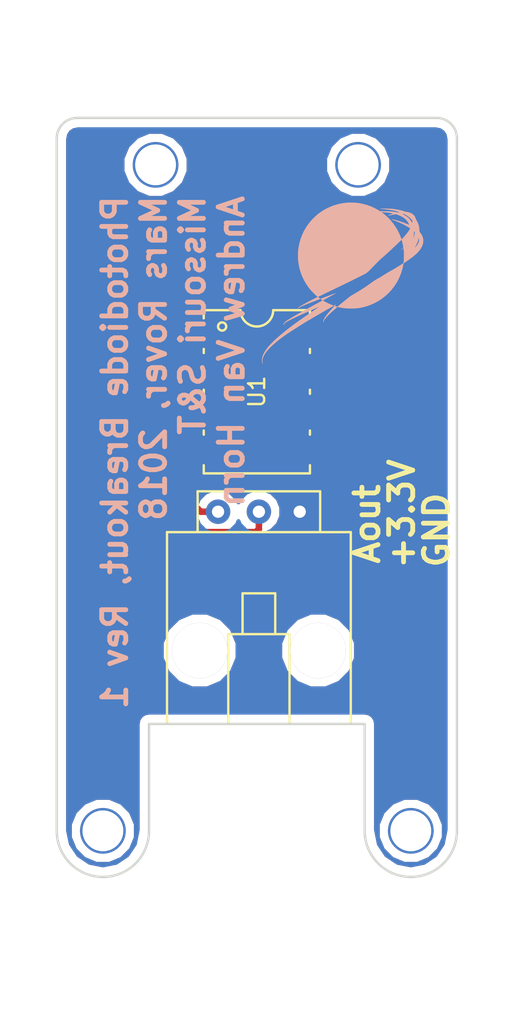
<source format=kicad_pcb>
(kicad_pcb (version 4) (host pcbnew 4.0.7)

  (general
    (links 0)
    (no_connects 0)
    (area 114.199999 15.139999 147.842337 78.840001)
    (thickness 1.6)
    (drawings 18)
    (tracks 12)
    (zones 0)
    (modules 7)
    (nets 4)
  )

  (page User 177.8 127)
  (layers
    (0 F.Cu signal)
    (31 B.Cu signal)
    (32 B.Adhes user)
    (33 F.Adhes user)
    (34 B.Paste user)
    (35 F.Paste user)
    (36 B.SilkS user)
    (37 F.SilkS user)
    (38 B.Mask user)
    (39 F.Mask user)
    (40 Dwgs.User user)
    (41 Cmts.User user)
    (42 Eco1.User user)
    (43 Eco2.User user)
    (44 Edge.Cuts user)
    (45 Margin user)
    (46 B.CrtYd user)
    (47 F.CrtYd user)
    (48 B.Fab user)
    (49 F.Fab user)
  )

  (setup
    (last_trace_width 0.4064)
    (user_trace_width 0.4064)
    (trace_clearance 0.2)
    (zone_clearance 0.508)
    (zone_45_only no)
    (trace_min 0.2)
    (segment_width 0.2)
    (edge_width 0.15)
    (via_size 0.6)
    (via_drill 0.4)
    (via_min_size 0.4)
    (via_min_drill 0.3)
    (uvia_size 0.3)
    (uvia_drill 0.1)
    (uvias_allowed no)
    (uvia_min_size 0.2)
    (uvia_min_drill 0.1)
    (pcb_text_width 0.3)
    (pcb_text_size 1.5 1.5)
    (mod_edge_width 0.15)
    (mod_text_size 1 1)
    (mod_text_width 0.15)
    (pad_size 2.8448 2.8448)
    (pad_drill 2.54)
    (pad_to_mask_clearance 0.2)
    (aux_axis_origin 30.988 86.487)
    (visible_elements 7FFFFE7F)
    (pcbplotparams
      (layerselection 0x00030_80000001)
      (usegerberextensions false)
      (excludeedgelayer true)
      (linewidth 0.100000)
      (plotframeref false)
      (viasonmask false)
      (mode 1)
      (useauxorigin false)
      (hpglpennumber 1)
      (hpglpenspeed 20)
      (hpglpendiameter 15)
      (hpglpenoverlay 2)
      (psnegative false)
      (psa4output false)
      (plotreference true)
      (plotvalue true)
      (plotinvisibletext false)
      (padsonsilk false)
      (subtractmaskfromsilk false)
      (outputformat 1)
      (mirror false)
      (drillshape 1)
      (scaleselection 1)
      (outputdirectory ""))
  )

  (net 0 "")
  (net 1 /+3V3)
  (net 2 /GND)
  (net 3 /SIG)

  (net_class Default "This is the default net class."
    (clearance 0.2)
    (trace_width 0.25)
    (via_dia 0.6)
    (via_drill 0.4)
    (uvia_dia 0.3)
    (uvia_drill 0.1)
    (add_net /+3V3)
    (add_net /GND)
    (add_net /SIG)
  )

  (module MRDT_Drill_Holes:Via_.6mm (layer F.Cu) (tedit 5AB56158) (tstamp 5AB55CB6)
    (at 146.685 42.291)
    (fp_text reference REF** (at -0.0508 -0.0508) (layer F.SilkS) hide
      (effects (font (size 0.127 0.127) (thickness 0.000003)))
    )
    (fp_text value Via_P1.27mm_5x5 (at 0.1016 0.2032) (layer F.Fab) hide
      (effects (font (size 0.127 0.127) (thickness 0.00254)))
    )
    (pad "" np_thru_hole circle (at -10.2108 -16.891) (size 2.8448 2.8448) (drill 2.54) (layers *.Cu *.Mask)
      (zone_connect 2))
  )

  (module MRDT_Drill_Holes:Via_.6mm (layer F.Cu) (tedit 5AB5615D) (tstamp 5AB55CB2)
    (at 142.875 43.942)
    (fp_text reference REF** (at -0.0508 -0.0508) (layer F.SilkS) hide
      (effects (font (size 0.127 0.127) (thickness 0.000003)))
    )
    (fp_text value Via_P1.27mm_5x5 (at 0.1016 0.2032) (layer F.Fab) hide
      (effects (font (size 0.127 0.127) (thickness 0.00254)))
    )
    (pad "" np_thru_hole circle (at -18.9992 -18.542) (size 2.8448 2.8448) (drill 2.54) (layers *.Cu *.Mask)
      (zone_connect 2))
  )

  (module MRDT_Drill_Holes:Via_.6mm (layer F.Cu) (tedit 5AB5614D) (tstamp 5AB55CAA)
    (at 146.431 49.403)
    (fp_text reference REF** (at -0.0508 -0.0508) (layer F.SilkS) hide
      (effects (font (size 0.127 0.127) (thickness 0.000003)))
    )
    (fp_text value Via_P1.27mm_5x5 (at 0.1016 0.2032) (layer F.Fab) hide
      (effects (font (size 0.127 0.127) (thickness 0.00254)))
    )
    (pad "" np_thru_hole circle (at -6.6802 17.4498) (size 2.8448 2.8448) (drill 2.54) (layers *.Cu *.Mask)
      (zone_connect 2))
  )

  (module Power_Integrations:SMD-8 (layer F.Cu) (tedit 5AB5670E) (tstamp 5AA6FE5B)
    (at 130.175 39.52494 270)
    (descr "SMD-8 Surface Mount 300mil 8pin Dual In Line Package")
    (tags "Power Integrations G Package")
    (path /5AA6FCFB)
    (fp_text reference U1 (at 0 0 270) (layer F.SilkS)
      (effects (font (size 1 1) (thickness 0.15)))
    )
    (fp_text value OPT101 (at 0 0 270) (layer F.Fab) hide
      (effects (font (size 1 1) (thickness 0.15)))
    )
    (fp_line (start 2.413 3.302) (end 2.667 3.302) (layer F.SilkS) (width 0.15))
    (fp_line (start -0.127 3.302) (end 0.127 3.302) (layer F.SilkS) (width 0.15))
    (fp_line (start -2.667 3.302) (end -2.413 3.302) (layer F.SilkS) (width 0.15))
    (fp_line (start -2.667 -3.302) (end -2.413 -3.302) (layer F.SilkS) (width 0.15))
    (fp_line (start -0.127 -3.302) (end 0.127 -3.302) (layer F.SilkS) (width 0.15))
    (fp_line (start 2.413 -3.302) (end 2.667 -3.302) (layer F.SilkS) (width 0.15))
    (fp_circle (center -4.064 2.159) (end -3.81 2.159) (layer F.SilkS) (width 0.15))
    (fp_line (start -5.08 1.016) (end -5.08 3.302) (layer F.SilkS) (width 0.15))
    (fp_line (start -5.08 -3.302) (end -5.08 -1.016) (layer F.SilkS) (width 0.15))
    (fp_arc (start -5.08 0) (end -4.064 0) (angle 90) (layer F.SilkS) (width 0.15))
    (fp_arc (start -5.08 0) (end -5.08 -1.016) (angle 90) (layer F.SilkS) (width 0.15))
    (fp_line (start 5.08 -3.302) (end 4.572 -3.302) (layer F.SilkS) (width 0.15))
    (fp_line (start 5.08 3.302) (end 4.572 3.302) (layer F.SilkS) (width 0.15))
    (fp_line (start -5.08 3.302) (end -4.572 3.302) (layer F.SilkS) (width 0.15))
    (fp_line (start -5.08 -3.302) (end -4.572 -3.302) (layer F.SilkS) (width 0.15))
    (fp_line (start 5.08 -3.302) (end 5.08 3.302) (layer F.SilkS) (width 0.15))
    (pad 1 smd rect (at -3.6322 4.318 270) (size 1.1684 2.032) (layers F.Cu F.Paste F.Mask)
      (net 1 /+3V3))
    (pad 2 smd rect (at -1.27 4.318 270) (size 1.524 2.032) (layers F.Cu F.Paste F.Mask))
    (pad 3 smd rect (at 1.27 4.318 270) (size 1.524 2.032) (layers F.Cu F.Paste F.Mask)
      (net 2 /GND))
    (pad 4 smd rect (at 3.6322 4.318 270) (size 1.1684 2.032) (layers F.Cu F.Paste F.Mask)
      (net 3 /SIG))
    (pad 5 smd rect (at 3.6322 -4.318 270) (size 1.1684 2.032) (layers F.Cu F.Paste F.Mask)
      (net 3 /SIG))
    (pad 6 smd rect (at 1.27 -4.318 270) (size 1.524 2.032) (layers F.Cu F.Paste F.Mask))
    (pad 7 smd rect (at -1.27 -4.318 270) (size 1.524 2.032) (layers F.Cu F.Paste F.Mask))
    (pad 8 smd rect (at -3.6322 -4.318 270) (size 1.1684 2.032) (layers F.Cu F.Paste F.Mask)
      (net 2 /GND))
  )

  (module MRDT-Connectors:MOLEX_SL_3 (layer F.Cu) (tedit 5AB56713) (tstamp 5AA6FE64)
    (at 130.302 46.99 180)
    (path /5AA6FFAE)
    (fp_text reference U2 (at -1.27 2.54 180) (layer F.SilkS) hide
      (effects (font (size 1 1) (thickness 0.15)))
    )
    (fp_text value Molex_SL-3 (at 0 2.286 180) (layer F.Fab) hide
      (effects (font (size 1 1) (thickness 0.15)))
    )
    (fp_line (start -5.715 -1.27) (end 5.715 -1.27) (layer F.SilkS) (width 0.15))
    (fp_line (start 5.715 -1.27) (end 5.715 -13.208) (layer F.SilkS) (width 0.15))
    (fp_line (start 1.905 -7.62) (end -1.905 -7.62) (layer F.SilkS) (width 0.15))
    (fp_line (start -1.016 -5.08) (end 1.016 -5.08) (layer F.SilkS) (width 0.15))
    (fp_line (start 3.81 1.27) (end -3.81 1.27) (layer F.SilkS) (width 0.15))
    (fp_line (start -5.715 -13.208) (end 5.715 -13.208) (layer F.SilkS) (width 0.15))
    (fp_line (start 1.016 -7.62) (end 1.016 -5.08) (layer F.SilkS) (width 0.15))
    (fp_line (start 1.905 -13.208) (end 1.905 -7.62) (layer F.SilkS) (width 0.15))
    (fp_line (start -1.905 -13.208) (end -1.905 -12.7) (layer F.SilkS) (width 0.15))
    (fp_line (start -5.715 -1.27) (end -5.715 -13.208) (layer F.SilkS) (width 0.15))
    (fp_line (start -1.905 -8.89) (end -1.905 -7.62) (layer F.SilkS) (width 0.15))
    (fp_line (start -1.905 -8.89) (end -1.905 -12.7) (layer F.SilkS) (width 0.15))
    (fp_line (start -1.016 -7.62) (end -1.016 -5.08) (layer F.SilkS) (width 0.15))
    (fp_line (start 3.81 -1.27) (end 3.81 1.27) (layer F.SilkS) (width 0.15))
    (fp_line (start -3.81 1.27) (end -3.81 -1.27) (layer F.SilkS) (width 0.15))
    (pad "" thru_hole circle (at -3.685 -8.64 180) (size 3.45 3.45) (drill 3.45) (layers *.Cu *.Mask))
    (pad 1 thru_hole circle (at -2.54 0 180) (size 1.524 1.524) (drill 0.762) (layers *.Cu *.Mask)
      (net 2 /GND))
    (pad 2 thru_hole circle (at 0 0 180) (size 1.524 1.524) (drill 0.762) (layers *.Cu *.Mask)
      (net 1 /+3V3))
    (pad 3 thru_hole circle (at 2.54 0 180) (size 1.524 1.524) (drill 0.762) (layers *.Cu *.Mask)
      (net 3 /SIG))
    (pad "" thru_hole circle (at 3.685 -8.64 180) (size 3.45 3.45) (drill 3.45) (layers *.Cu *.Mask))
  )

  (module MRDT_Drill_Holes:Via_.6mm (layer F.Cu) (tedit 5AB56139) (tstamp 5AB55772)
    (at 125.984 48.514)
    (fp_text reference REF** (at -0.0508 -0.0508) (layer F.SilkS) hide
      (effects (font (size 0.127 0.127) (thickness 0.000003)))
    )
    (fp_text value Via_P1.27mm_5x5 (at 0.1016 0.2032) (layer F.Fab) hide
      (effects (font (size 0.127 0.127) (thickness 0.00254)))
    )
    (pad "" np_thru_hole circle (at -5.3848 18.3388) (size 2.8448 2.8448) (drill 2.54) (layers *.Cu *.Mask)
      (zone_connect 2))
  )

  (module MRDT_Silkscreens:MRDT_Logo_10mm (layer B.Cu) (tedit 5AA4CEEB) (tstamp 5AB5667D)
    (at 135.509 32.766 270)
    (tags "Logo, MRDT")
    (fp_text reference G*** (at -1.143 -6.4008 270) (layer Dwgs.User) hide
      (effects (font (size 0.2 0.2) (thickness 0.05)))
    )
    (fp_text value LOGO (at -1.5494 4.572 270) (layer Dwgs.User) hide
      (effects (font (size 0.2 0.2) (thickness 0.05)))
    )
    (fp_poly (pts (xy 1.564354 2.774975) (xy 1.559097 2.762874) (xy 1.542 2.737133) (xy 1.53219 2.723244)
      (xy 1.51384 2.696158) (xy 1.495861 2.666427) (xy 1.477125 2.631675) (xy 1.456503 2.589523)
      (xy 1.432868 2.537594) (xy 1.405091 2.473511) (xy 1.372043 2.394895) (xy 1.342622 2.323756)
      (xy 1.3176 2.26233) (xy 1.28674 2.185556) (xy 1.251379 2.096839) (xy 1.212855 1.999585)
      (xy 1.172506 1.897199) (xy 1.13167 1.793085) (xy 1.091686 1.690648) (xy 1.053891 1.593294)
      (xy 1.019623 1.504428) (xy 0.99022 1.427455) (xy 0.984369 1.412012) (xy 0.973532 1.383352)
      (xy 0.91722 1.460461) (xy 0.892322 1.492699) (xy 0.871298 1.5165) (xy 0.857057 1.528745)
      (xy 0.853006 1.529279) (xy 0.847388 1.51903) (xy 0.833808 1.492212) (xy 0.813013 1.450351)
      (xy 0.785749 1.394972) (xy 0.752761 1.327599) (xy 0.714796 1.249757) (xy 0.672599 1.162971)
      (xy 0.626917 1.068767) (xy 0.578495 0.968668) (xy 0.559172 0.928656) (xy 0.447921 0.698325)
      (xy 0.344687 0.484881) (xy 0.24886 0.287075) (xy 0.159831 0.103663) (xy 0.07699 -0.066603)
      (xy -0.000273 -0.224968) (xy -0.072566 -0.372678) (xy -0.1405 -0.51098) (xy -0.204684 -0.64112)
      (xy -0.265727 -0.764344) (xy -0.324239 -0.881899) (xy -0.38083 -0.99503) (xy -0.413042 -1.05917)
      (xy -0.456701 -1.146492) (xy -0.493982 -1.221559) (xy -0.52621 -1.286093) (xy -0.554713 -1.34182)
      (xy -0.580815 -1.390462) (xy -0.605842 -1.433744) (xy -0.631121 -1.473388) (xy -0.657978 -1.511118)
      (xy -0.687737 -1.548659) (xy -0.721726 -1.587733) (xy -0.76127 -1.630065) (xy -0.807695 -1.677378)
      (xy -0.862326 -1.731396) (xy -0.92649 -1.793842) (xy -1.001513 -1.86644) (xy -1.08872 -1.950913)
      (xy -1.129446 -1.990491) (xy -1.202905 -2.062369) (xy -1.274772 -2.133443) (xy -1.343174 -2.201806)
      (xy -1.406234 -2.265553) (xy -1.462077 -2.322777) (xy -1.508829 -2.371572) (xy -1.544614 -2.410031)
      (xy -1.565443 -2.433693) (xy -1.622094 -2.500302) (xy -1.690788 -2.579063) (xy -1.769518 -2.667789)
      (xy -1.856275 -2.764292) (xy -1.949048 -2.866383) (xy -2.04583 -2.971873) (xy -2.14461 -3.078576)
      (xy -2.24338 -3.184303) (xy -2.340131 -3.286865) (xy -2.432854 -3.384074) (xy -2.519539 -3.473743)
      (xy -2.533723 -3.488276) (xy -2.581697 -3.537495) (xy -2.624532 -3.581708) (xy -2.660376 -3.618984)
      (xy -2.687379 -3.64739) (xy -2.703689 -3.664992) (xy -2.707784 -3.67001) (xy -2.695444 -3.674406)
      (xy -2.667486 -3.68245) (xy -2.627823 -3.693143) (xy -2.580373 -3.705487) (xy -2.529049 -3.718484)
      (xy -2.477768 -3.731137) (xy -2.430444 -3.742446) (xy -2.390993 -3.751415) (xy -2.375752 -3.754646)
      (xy -2.311275 -3.766804) (xy -2.264416 -3.773207) (xy -2.233594 -3.773973) (xy -2.217227 -3.769219)
      (xy -2.214803 -3.766583) (xy -2.205211 -3.757119) (xy -2.183508 -3.738312) (xy -2.153335 -3.713264)
      (xy -2.131384 -3.69549) (xy -2.053083 -3.632677) (xy -2.211543 -3.782133) (xy -2.177491 -3.788227)
      (xy -2.117134 -3.796957) (xy -2.044792 -3.804029) (xy -1.963206 -3.809462) (xy -1.875118 -3.813277)
      (xy -1.783267 -3.815494) (xy -1.690396 -3.816133) (xy -1.599244 -3.815214) (xy -1.512554 -3.812757)
      (xy -1.433066 -3.808782) (xy -1.363521 -3.80331) (xy -1.306661 -3.796359) (xy -1.265226 -3.787951)
      (xy -1.247273 -3.781418) (xy -1.235793 -3.769573) (xy -1.215475 -3.742044) (xy -1.1874 -3.700607)
      (xy -1.152653 -3.647034) (xy -1.112315 -3.583098) (xy -1.067469 -3.510575) (xy -1.019198 -3.431236)
      (xy -0.968584 -3.346857) (xy -0.91671 -3.25921) (xy -0.86466 -3.170069) (xy -0.813514 -3.081208)
      (xy -0.764357 -2.994401) (xy -0.737687 -2.946601) (xy -0.695366 -2.871587) (xy -0.649914 -2.79327)
      (xy -0.603979 -2.716062) (xy -0.560212 -2.644374) (xy -0.521262 -2.582618) (xy -0.496498 -2.54502)
      (xy -0.459447 -2.488446) (xy -0.416418 -2.419712) (xy -0.370798 -2.344417) (xy -0.325975 -2.268161)
      (xy -0.285337 -2.196546) (xy -0.281271 -2.189199) (xy -0.231378 -2.101052) (xy -0.182314 -2.019585)
      (xy -0.130552 -1.939318) (xy -0.072562 -1.854778) (xy -0.006299 -1.762519) (xy 0.135597 -1.564263)
      (xy 0.269685 -1.368387) (xy 0.399082 -1.170061) (xy 0.526904 -0.964452) (xy 0.656269 -0.746732)
      (xy 0.716383 -0.64253) (xy 0.752454 -0.580546) (xy 0.785279 -0.527042) (xy 0.817815 -0.477826)
      (xy 0.853021 -0.428706) (xy 0.893857 -0.375488) (xy 0.94328 -0.313981) (xy 0.978523 -0.271068)
      (xy 1.027164 -0.212066) (xy 1.075546 -0.153214) (xy 1.120927 -0.09786) (xy 1.160562 -0.049355)
      (xy 1.191709 -0.011046) (xy 1.204674 0.005019) (xy 1.235876 0.043457) (xy 1.275381 0.091519)
      (xy 1.318496 0.143527) (xy 1.360528 0.193799) (xy 1.367477 0.20206) (xy 1.4017 0.243499)
      (xy 1.430739 0.280185) (xy 1.452326 0.30913) (xy 1.464192 0.327349) (xy 1.465771 0.331492)
      (xy 1.463093 0.346568) (xy 1.456201 0.373967) (xy 1.44681 0.407787) (xy 1.436635 0.442129)
      (xy 1.427392 0.471089) (xy 1.420794 0.488769) (xy 1.419329 0.49131) (xy 1.410563 0.487245)
      (xy 1.391725 0.472326) (xy 1.368364 0.451152) (xy 1.345194 0.430274) (xy 1.334348 0.423355)
      (xy 1.336451 0.430786) (xy 1.337004 0.431699) (xy 1.351041 0.456105) (xy 1.368309 0.48816)
      (xy 1.375121 0.501334) (xy 1.388822 0.527086) (xy 1.397224 0.537086) (xy 1.40384 0.533624)
      (xy 1.409604 0.52383) (xy 1.415007 0.515616) (xy 1.421831 0.512801) (xy 1.432657 0.516999)
      (xy 1.450065 0.529823) (xy 1.476635 0.552889) (xy 1.51495 0.587808) (xy 1.521391 0.593729)
      (xy 1.635022 0.697327) (xy 1.736253 0.787678) (xy 1.826579 0.86603) (xy 1.907496 0.93363)
      (xy 1.9805 0.991725) (xy 2.047087 1.041563) (xy 2.108751 1.084391) (xy 2.113321 1.087423)
      (xy 2.195052 1.13803) (xy 2.264989 1.174055) (xy 2.322784 1.195374) (xy 2.36809 1.201863)
      (xy 2.400559 1.193399) (xy 2.404467 1.190704) (xy 2.415184 1.181317) (xy 2.413189 1.176733)
      (xy 2.395573 1.175164) (xy 2.378824 1.174943) (xy 2.334065 1.168305) (xy 2.289657 1.147062)
      (xy 2.287679 1.145818) (xy 2.252515 1.120973) (xy 2.206972 1.085047) (xy 2.154749 1.041276)
      (xy 2.099548 0.992893) (xy 2.045067 0.943135) (xy 1.995009 0.895236) (xy 1.957708 0.857354)
      (xy 1.926729 0.824332) (xy 1.887486 0.781996) (xy 1.842037 0.732615) (xy 1.792444 0.678459)
      (xy 1.740765 0.621797) (xy 1.689062 0.564899) (xy 1.639394 0.510034) (xy 1.593821 0.459472)
      (xy 1.554403 0.415482) (xy 1.5232 0.380334) (xy 1.502272 0.356298) (xy 1.495407 0.34803)
      (xy 1.473279 0.319899) (xy 1.500433 0.197597) (xy 1.522739 0.091369) (xy 1.540083 -0.00585)
      (xy 1.553121 -0.099735) (xy 1.56251 -0.195962) (xy 1.568907 -0.300207) (xy 1.572967 -0.418146)
      (xy 1.573309 -0.432675) (xy 1.574568 -0.595888) (xy 1.570193 -0.744876) (xy 1.559664 -0.88483)
      (xy 1.542461 -1.020942) (xy 1.518064 -1.158404) (xy 1.486284 -1.301041) (xy 1.416789 -1.545762)
      (xy 1.328933 -1.783227) (xy 1.223423 -2.01247) (xy 1.100968 -2.232526) (xy 0.962273 -2.442433)
      (xy 0.808045 -2.641224) (xy 0.638992 -2.827935) (xy 0.455821 -3.001601) (xy 0.259239 -3.161259)
      (xy 0.049953 -3.305943) (xy -0.011095 -3.343801) (xy -0.219444 -3.459464) (xy -0.437391 -3.56064)
      (xy -0.661596 -3.646073) (xy -0.888721 -3.714505) (xy -1.115425 -3.764676) (xy -1.139486 -3.768905)
      (xy -1.192261 -3.779648) (xy -1.226313 -3.790727) (xy -1.242738 -3.80221) (xy -1.251845 -3.815197)
      (xy -1.270607 -3.842248) (xy -1.297307 -3.880878) (xy -1.330229 -3.928602) (xy -1.367656 -3.982934)
      (xy -1.397187 -4.02585) (xy -1.507362 -4.182266) (xy -1.611006 -4.321379) (xy -1.709249 -4.444447)
      (xy -1.803221 -4.552726) (xy -1.894053 -4.647474) (xy -1.982875 -4.729947) (xy -2.070818 -4.801404)
      (xy -2.137188 -4.84873) (xy -2.195682 -4.884445) (xy -2.263022 -4.919842) (xy -2.332819 -4.951965)
      (xy -2.398685 -4.977856) (xy -2.450157 -4.993591) (xy -2.532488 -5.008208) (xy -2.621579 -5.014709)
      (xy -2.708677 -5.012792) (xy -2.772848 -5.004657) (xy -2.891821 -4.97191) (xy -3.005845 -4.91974)
      (xy -3.114766 -4.848223) (xy -3.15247 -4.817949) (xy -3.181573 -4.795286) (xy -3.205262 -4.783522)
      (xy -3.232195 -4.779231) (xy -3.251338 -4.778815) (xy -3.385879 -4.770929) (xy -3.522396 -4.748158)
      (xy -3.554863 -4.739346) (xy -2.812916 -4.739346) (xy -2.799017 -4.748064) (xy -2.785968 -4.752139)
      (xy -2.766926 -4.75433) (xy -2.73399 -4.755403) (xy -2.693323 -4.7552) (xy -2.680553 -4.754867)
      (xy -2.621989 -4.750639) (xy -2.573665 -4.740911) (xy -2.532181 -4.726401) (xy -2.464318 -4.695416)
      (xy -2.403586 -4.659932) (xy -2.344569 -4.616231) (xy -2.281854 -4.560593) (xy -2.25962 -4.539172)
      (xy -2.226809 -4.506486) (xy -2.202422 -4.481051) (xy -2.188264 -4.464852) (xy -2.186144 -4.459874)
      (xy -2.188616 -4.461173) (xy -2.292384 -4.525621) (xy -2.382045 -4.577015) (xy -2.458363 -4.615793)
      (xy -2.462016 -4.617489) (xy -2.515893 -4.640581) (xy -2.577598 -4.66418) (xy -2.641549 -4.686408)
      (xy -2.702165 -4.705389) (xy -2.753864 -4.719245) (xy -2.781073 -4.724782) (xy -2.806898 -4.731379)
      (xy -2.812916 -4.739346) (xy -3.554863 -4.739346) (xy -3.656263 -4.711825) (xy -3.782856 -4.663258)
      (xy -3.897547 -4.603782) (xy -3.927437 -4.585001) (xy -3.962009 -4.564886) (xy -3.99599 -4.549252)
      (xy -4.01581 -4.542995) (xy -4.041951 -4.535229) (xy -4.078692 -4.521201) (xy -4.118726 -4.503733)
      (xy -4.124565 -4.500989) (xy -4.204877 -4.451914) (xy -4.205007 -4.451792) (xy -3.227331 -4.451792)
      (xy -3.224001 -4.459751) (xy -3.214616 -4.470513) (xy -3.212402 -4.472871) (xy -3.199842 -4.485256)
      (xy -3.18736 -4.492914) (xy -3.171073 -4.49596) (xy -3.1471 -4.494512) (xy -3.111557 -4.488688)
      (xy -3.060562 -4.478604) (xy -3.05563 -4.477603) (xy -3.014604 -4.468455) (xy -2.967602 -4.456687)
      (xy -2.918259 -4.443374) (xy -2.870207 -4.42959) (xy -2.827081 -4.41641) (xy -2.792515 -4.404909)
      (xy -2.770141 -4.396161) (xy -2.763594 -4.391241) (xy -2.763602 -4.391234) (xy -2.77446 -4.391192)
      (xy -2.800269 -4.39424) (xy -2.836243 -4.39977) (xy -2.851565 -4.402392) (xy -2.895364 -4.409056)
      (xy -2.951827 -4.416162) (xy -3.013583 -4.422848) (xy -3.071747 -4.428133) (xy -3.133583 -4.433179)
      (xy -3.177733 -4.437329) (xy -3.206523 -4.44132) (xy -3.222281 -4.445895) (xy -3.227331 -4.451792)
      (xy -4.205007 -4.451792) (xy -4.274513 -4.386567) (xy -4.332803 -4.306088) (xy -4.379072 -4.211614)
      (xy -4.412651 -4.104284) (xy -4.432866 -3.985236) (xy -4.433683 -3.977307) (xy -4.440747 -3.934136)
      (xy -4.453153 -3.882945) (xy -4.46834 -3.83417) (xy -4.469821 -3.830079) (xy -4.509118 -3.709128)
      (xy -4.514174 -3.689526) (xy -4.318536 -3.689526) (xy -4.314156 -3.761336) (xy -4.309719 -3.805065)
      (xy -4.300683 -3.840917) (xy -4.284158 -3.878429) (xy -4.271574 -3.901889) (xy -4.186145 -4.04007)
      (xy -4.093391 -4.160106) (xy -3.992675 -4.262786) (xy -3.950553 -4.298741) (xy -3.890316 -4.34754)
      (xy -3.825059 -4.341318) (xy -3.791067 -4.337561) (xy -3.765987 -4.333824) (xy -3.755619 -4.331065)
      (xy -3.753468 -4.328362) (xy -3.755384 -4.324798) (xy -3.764524 -4.318137) (xy -3.784042 -4.306146)
      (xy -3.817097 -4.286588) (xy -3.825059 -4.281897) (xy -3.934784 -4.207962) (xy -4.033309 -4.121508)
      (xy -4.122237 -4.020746) (xy -4.203172 -3.903886) (xy -4.268634 -3.787142) (xy -4.318536 -3.689526)
      (xy -4.514174 -3.689526) (xy -4.544832 -3.570671) (xy -4.576481 -3.417038) (xy -4.603582 -3.250562)
      (xy -4.624729 -3.082135) (xy -4.629342 -3.029569) (xy -4.633212 -2.965612) (xy -4.636319 -2.89331)
      (xy -4.63864 -2.815708) (xy -4.640155 -2.735852) (xy -4.640842 -2.656788) (xy -4.64068 -2.581562)
      (xy -4.639648 -2.513219) (xy -4.637724 -2.454806) (xy -4.634887 -2.409367) (xy -4.631115 -2.379949)
      (xy -4.629686 -2.374348) (xy -4.624152 -2.359161) (xy -4.621077 -2.358391) (xy -4.619598 -2.374069)
      (xy -4.618987 -2.399447) (xy -4.615728 -2.479211) (xy -4.608703 -2.573932) (xy -4.598506 -2.678968)
      (xy -4.58573 -2.789675) (xy -4.57097 -2.901411) (xy -4.554819 -3.009534) (xy -4.537871 -3.109399)
      (xy -4.520719 -3.196365) (xy -4.512415 -3.232886) (xy -4.497075 -3.29403) (xy -4.480817 -3.354333)
      (xy -4.464569 -3.410813) (xy -4.449258 -3.460483) (xy -4.435815 -3.50036) (xy -4.425167 -3.527459)
      (xy -4.418244 -3.538795) (xy -4.417222 -3.538829) (xy -4.408001 -3.522577) (xy -4.403391 -3.490652)
      (xy -4.403386 -3.44692) (xy -4.407979 -3.39525) (xy -4.417162 -3.339507) (xy -4.417608 -3.337326)
      (xy -4.432151 -3.2625) (xy -4.443968 -3.19088) (xy -4.45334 -3.119058) (xy -4.460545 -3.043627)
      (xy -4.465863 -2.961177) (xy -4.469574 -2.868301) (xy -4.471958 -2.761588) (xy -4.473125 -2.660475)
      (xy -4.47469 -2.464956) (xy -4.4169 -2.464956) (xy -4.415935 -2.503967) (xy -4.413944 -2.55254)
      (xy -4.4111 -2.607191) (xy -4.407577 -2.664434) (xy -4.403552 -2.720784) (xy -4.399198 -2.772755)
      (xy -4.396433 -2.801028) (xy -4.390856 -2.848152) (xy -4.383446 -2.902187) (xy -4.374862 -2.959193)
      (xy -4.365763 -3.015228) (xy -4.356809 -3.066349) (xy -4.348659 -3.108616) (xy -4.341971 -3.138086)
      (xy -4.338106 -3.14982) (xy -4.332685 -3.145742) (xy -4.322743 -3.125633) (xy -4.309636 -3.09266)
      (xy -4.294724 -3.04999) (xy -4.29289 -3.044405) (xy -4.270303 -2.97705) (xy -4.250105 -2.920489)
      (xy -4.233059 -2.876646) (xy -4.21993 -2.847443) (xy -4.211481 -2.834805) (xy -4.209614 -2.834786)
      (xy -4.209952 -2.845656) (xy -4.213951 -2.872247) (xy -4.220949 -2.910672) (xy -4.230283 -2.957042)
      (xy -4.231223 -2.961514) (xy -4.244042 -3.02481) (xy -4.257695 -3.096433) (xy -4.270196 -3.165785)
      (xy -4.276628 -3.203791) (xy -4.296173 -3.323591) (xy -4.265665 -3.411183) (xy -4.240137 -3.478352)
      (xy -4.20857 -3.552006) (xy -4.173624 -3.626616) (xy -4.137955 -3.696649) (xy -4.104223 -3.756572)
      (xy -4.085391 -3.786304) (xy -4.037517 -3.84971) (xy -3.979419 -3.915028) (xy -3.917187 -3.975937)
      (xy -3.856906 -4.026117) (xy -3.848554 -4.032224) (xy -3.818169 -4.052204) (xy -3.780751 -4.074218)
      (xy -3.74031 -4.096237) (xy -3.700856 -4.116235) (xy -3.666397 -4.132183) (xy -3.640945 -4.142054)
      (xy -3.628507 -4.143821) (xy -3.628263 -4.143626) (xy -3.630111 -4.133188) (xy -3.638792 -4.109359)
      (xy -3.65254 -4.07689) (xy -3.655595 -4.070103) (xy -3.685235 -4.001892) (xy -3.718578 -3.920243)
      (xy -3.753441 -3.830917) (xy -3.787641 -3.739672) (xy -3.818994 -3.652268) (xy -3.84532 -3.574465)
      (xy -3.854995 -3.543953) (xy -3.871726 -3.488029) (xy -3.889778 -3.424822) (xy -3.908338 -3.357489)
      (xy -3.926594 -3.289185) (xy -3.943734 -3.223066) (xy -3.958945 -3.162286) (xy -3.971415 -3.110002)
      (xy -3.980331 -3.06937) (xy -3.984882 -3.043544) (xy -3.985295 -3.037821) (xy -3.981634 -3.041668)
      (xy -3.971424 -3.062189) (xy -3.955526 -3.097399) (xy -3.934804 -3.145311) (xy -3.910121 -3.203941)
      (xy -3.882341 -3.271301) (xy -3.861312 -3.323083) (xy -3.817224 -3.431436) (xy -3.77846 -3.524463)
      (xy -3.743384 -3.605671) (xy -3.710357 -3.678567) (xy -3.677743 -3.746659) (xy -3.643904 -3.813454)
      (xy -3.607203 -3.882459) (xy -3.566001 -3.957181) (xy -3.56155 -3.96514) (xy -3.521507 -4.036135)
      (xy -3.489567 -4.091301) (xy -3.464403 -4.132534) (xy -3.444687 -4.161731) (xy -3.429092 -4.180788)
      (xy -3.41629 -4.191604) (xy -3.404953 -4.196074) (xy -3.399603 -4.196522) (xy -3.381407 -4.191174)
      (xy -3.351425 -4.176741) (xy -3.314331 -4.155636) (xy -3.286449 -4.138063) (xy -3.245526 -4.109906)
      (xy -3.194844 -4.0731) (xy -3.140065 -4.031858) (xy -3.086852 -3.990393) (xy -3.072011 -3.978516)
      (xy -3.062388 -3.970633) (xy -2.479762 -3.970633) (xy -2.474743 -3.975653) (xy -2.469723 -3.970633)
      (xy -2.474743 -3.965613) (xy -2.479762 -3.970633) (xy -3.062388 -3.970633) (xy -3.052026 -3.962145)
      (xy -2.459683 -3.962145) (xy -2.452009 -3.960243) (xy -2.429069 -3.945534) (xy -2.390989 -3.918106)
      (xy -2.337893 -3.878046) (xy -2.310967 -3.857337) (xy -2.277157 -3.830481) (xy -2.250852 -3.808167)
      (xy -2.235142 -3.793107) (xy -2.232206 -3.788163) (xy -2.241049 -3.792416) (xy -2.262076 -3.806606)
      (xy -2.291823 -3.828082) (xy -2.326829 -3.854196) (xy -2.36363 -3.8823) (xy -2.398764 -3.909746)
      (xy -2.428768 -3.933885) (xy -2.450178 -3.952068) (xy -2.459533 -3.961647) (xy -2.459683 -3.962145)
      (xy -3.052026 -3.962145) (xy -3.028799 -3.943119) (xy -2.981355 -3.903302) (xy -2.931978 -3.861099)
      (xy -2.882967 -3.818547) (xy -2.836621 -3.777681) (xy -2.795237 -3.740537) (xy -2.761116 -3.709151)
      (xy -2.736556 -3.685558) (xy -2.723855 -3.671794) (xy -2.722707 -3.669191) (xy -2.732749 -3.664791)
      (xy -2.757918 -3.654955) (xy -2.79447 -3.641119) (xy -2.838663 -3.624716) (xy -2.840921 -3.623885)
      (xy -3.074754 -3.527659) (xy -3.300478 -3.414228) (xy -3.516738 -3.284596) (xy -3.722178 -3.139764)
      (xy -3.915442 -2.980735) (xy -4.095175 -2.808509) (xy -4.260021 -2.62409) (xy -4.35169 -2.507372)
      (xy -4.377041 -2.4741) (xy -4.39795 -2.447929) (xy -4.411564 -2.432361) (xy -4.415048 -2.429566)
      (xy -4.416662 -2.438994) (xy -4.4169 -2.464956) (xy -4.47469 -2.464956) (xy -4.475737 -2.33419)
      (xy -4.542863 -2.223755) (xy -4.665386 -2.00302) (xy -4.769994 -1.7734) (xy -4.856726 -1.534785)
      (xy -4.925617 -1.287064) (xy -4.976705 -1.030124) (xy -5.000926 -0.85336) (xy -5.005606 -0.79745)
      (xy -5.009077 -0.726085) (xy -5.011338 -0.643853) (xy -5.012389 -0.555343) (xy -5.01223 -0.465142)
      (xy -5.010861 -0.377838) (xy -5.008282 -0.298019) (xy -5.004493 -0.230274) (xy -5.000926 -0.190751)
      (xy -4.961531 0.072905) (xy -4.90407 0.327807) (xy -4.828524 0.573997) (xy -4.734874 0.811524)
      (xy -4.623103 1.040432) (xy -4.49319 1.260766) (xy -4.345118 1.472573) (xy -4.287889 1.546087)
      (xy -4.236779 1.606977) (xy -4.174521 1.676427) (xy -4.105338 1.750078) (xy -4.033452 1.823568)
      (xy -3.963085 1.892537) (xy -3.89846 1.952624) (xy -3.870237 1.977444) (xy -3.668321 2.137723)
      (xy -3.456021 2.280968) (xy -3.234097 2.406849) (xy -3.003311 2.515034) (xy -2.764425 2.60519)
      (xy -2.5182 2.676986) (xy -2.265398 2.73009) (xy -2.083201 2.756165) (xy -2.008488 2.762925)
      (xy -1.91943 2.767918) (xy -1.821239 2.771104) (xy -1.719126 2.772443) (xy -1.618303 2.771893)
      (xy -1.523981 2.769416) (xy -1.441372 2.76497) (xy -1.400513 2.761436) (xy -1.140519 2.725031)
      (xy -0.888606 2.670269) (xy -0.644561 2.597063) (xy -0.40817 2.505324) (xy -0.179218 2.394963)
      (xy 0.042508 2.265893) (xy 0.257222 2.118024) (xy 0.371463 2.029411) (xy 0.415285 1.992298)
      (xy 0.467555 1.945266) (xy 0.525226 1.89132) (xy 0.585251 1.833464) (xy 0.644584 1.774706)
      (xy 0.700179 1.718049) (xy 0.748989 1.6665) (xy 0.787968 1.623064) (xy 0.808182 1.598569)
      (xy 0.829422 1.572109) (xy 0.845755 1.553373) (xy 0.85336 1.546601) (xy 0.858913 1.555159)
      (xy 0.872348 1.579577) (xy 0.89257 1.617756) (xy 0.918484 1.667594) (xy 0.948997 1.726994)
      (xy 0.983011 1.793853) (xy 1.006248 1.839854) (xy 1.078294 1.981407) (xy 1.147583 2.114642)
      (xy 1.213514 2.23852) (xy 1.275487 2.352003) (xy 1.332901 2.454052) (xy 1.385157 2.543628)
      (xy 1.431654 2.619692) (xy 1.471791 2.681205) (xy 1.504969 2.727128) (xy 1.530586 2.756422)
      (xy 1.540668 2.764704) (xy 1.558102 2.775047) (xy 1.564354 2.774975)) (layer B.SilkS) (width 0.01))
    (fp_poly (pts (xy 0.622451 0.41664) (xy 0.617431 0.41162) (xy 0.612411 0.41664) (xy 0.617431 0.42166)
      (xy 0.622451 0.41664)) (layer B.SilkS) (width 0.01))
    (fp_poly (pts (xy 4.854611 5.013231) (xy 4.920325 5.003753) (xy 4.97383 4.988198) (xy 4.981991 4.984665)
      (xy 5.014743 4.969487) (xy 4.984625 4.974582) (xy 4.879801 4.986338) (xy 4.781617 4.985555)
      (xy 4.694532 4.972282) (xy 4.690937 4.971389) (xy 4.589457 4.938017) (xy 4.483707 4.88801)
      (xy 4.373329 4.821074) (xy 4.257959 4.736916) (xy 4.137239 4.635242) (xy 4.010807 4.515759)
      (xy 3.878302 4.378173) (xy 3.739364 4.22219) (xy 3.670131 4.140516) (xy 3.60599 4.063051)
      (xy 3.544712 3.98751) (xy 3.485339 3.912506) (xy 3.426908 3.836651) (xy 3.36846 3.758557)
      (xy 3.309035 3.676836) (xy 3.247672 3.590099) (xy 3.183412 3.496958) (xy 3.115293 3.396026)
      (xy 3.042356 3.285914) (xy 2.96364 3.165234) (xy 2.878185 3.032598) (xy 2.785032 2.886618)
      (xy 2.683218 2.725906) (xy 2.597657 2.590197) (xy 2.402545 2.275564) (xy 2.214882 1.96365)
      (xy 2.037685 1.659492) (xy 1.993089 1.581225) (xy 1.952787 1.510511) (xy 1.906095 1.429181)
      (xy 1.856858 1.343893) (xy 1.808919 1.261305) (xy 1.766857 1.189326) (xy 1.724962 1.117509)
      (xy 1.679005 1.037976) (xy 1.632534 0.956914) (xy 1.589095 0.880513) (xy 1.552235 0.814959)
      (xy 1.551056 0.812844) (xy 1.519267 0.755907) (xy 1.48911 0.702074) (xy 1.462591 0.654912)
      (xy 1.441717 0.617988) (xy 1.428493 0.594871) (xy 1.428077 0.594156) (xy 1.402822 0.550802)
      (xy 1.363847 0.654393) (xy 1.343404 0.705625) (xy 1.317989 0.764466) (xy 1.288877 0.828412)
      (xy 1.257341 0.894963) (xy 1.224658 0.961618) (xy 1.192103 1.025874) (xy 1.160949 1.085232)
      (xy 1.132473 1.137189) (xy 1.10795 1.179244) (xy 1.088654 1.208896) (xy 1.07586 1.223643)
      (xy 1.073081 1.224822) (xy 1.066335 1.216428) (xy 1.051854 1.193153) (xy 1.031309 1.157854)
      (xy 1.00637 1.113391) (xy 0.983609 1.071719) (xy 0.946856 1.003926) (xy 0.907446 0.931693)
      (xy 0.866579 0.85718) (xy 0.825455 0.782542) (xy 0.785274 0.709938) (xy 0.747236 0.641525)
      (xy 0.712542 0.579461) (xy 0.682392 0.525902) (xy 0.657986 0.483007) (xy 0.640524 0.452933)
      (xy 0.631207 0.437837) (xy 0.63035 0.436719) (xy 0.629653 0.441126) (xy 0.63499 0.46092)
      (xy 0.645345 0.492686) (xy 0.655701 0.522055) (xy 0.680852 0.591161) (xy 0.708809 0.667395)
      (xy 0.738773 0.748628) (xy 0.769946 0.832733) (xy 0.801528 0.91758) (xy 0.83272 1.001042)
      (xy 0.862723 1.08099) (xy 0.890739 1.155295) (xy 0.915966 1.22183) (xy 0.937608 1.278465)
      (xy 0.954864 1.323073) (xy 0.966936 1.353525) (xy 0.973024 1.367693) (xy 0.973455 1.368387)
      (xy 0.981923 1.364461) (xy 0.997805 1.346887) (xy 1.018061 1.319158) (xy 1.023705 1.31066)
      (xy 1.044646 1.27971) (xy 1.061714 1.256671) (xy 1.071855 1.24561) (xy 1.072899 1.245188)
      (xy 1.079255 1.253734) (xy 1.093546 1.277517) (xy 1.114341 1.314007) (xy 1.140212 1.360678)
      (xy 1.16973 1.415004) (xy 1.184664 1.442852) (xy 1.219835 1.508337) (xy 1.261945 1.586147)
      (xy 1.308151 1.671069) (xy 1.355615 1.75789) (xy 1.401494 1.841398) (xy 1.429343 1.891834)
      (xy 1.469768 1.964993) (xy 1.517255 2.051138) (xy 1.56925 2.145624) (xy 1.623202 2.243809)
      (xy 1.676558 2.341051) (xy 1.726766 2.432705) (xy 1.744269 2.464703) (xy 1.82562 2.6123)
      (xy 1.905524 2.754978) (xy 1.983118 2.891284) (xy 2.057536 3.019767) (xy 2.127911 3.138974)
      (xy 2.193379 3.247453) (xy 2.253074 3.343752) (xy 2.306131 3.426419) (xy 2.351683 3.494002)
      (xy 2.386089 3.541439) (xy 2.434284 3.599552) (xy 2.477268 3.641334) (xy 2.514327 3.666389)
      (xy 2.54475 3.674317) (xy 2.567825 3.664722) (xy 2.578547 3.648895) (xy 2.588486 3.622077)
      (xy 2.590196 3.60631) (xy 2.58454 3.604205) (xy 2.572379 3.61837) (xy 2.569813 3.622443)
      (xy 2.55044 3.645974) (xy 2.53244 3.65255) (xy 2.532202 3.652508) (xy 2.513334 3.640465)
      (xy 2.487203 3.610392) (xy 2.454126 3.562853) (xy 2.41442 3.498412) (xy 2.368404 3.417631)
      (xy 2.316393 3.321075) (xy 2.258707 3.209306) (xy 2.195662 3.082887) (xy 2.127576 2.942384)
      (xy 2.103278 2.891383) (xy 2.079348 2.840392) (xy 2.050141 2.777231) (xy 2.016391 2.703552)
      (xy 1.978833 2.621007) (xy 1.938202 2.531248) (xy 1.895233 2.435927) (xy 1.85066 2.336698)
      (xy 1.80522 2.235211) (xy 1.759646 2.13312) (xy 1.714674 2.032077) (xy 1.671038 1.933734)
      (xy 1.629474 1.839743) (xy 1.590715 1.751756) (xy 1.555499 1.671427) (xy 1.524558 1.600406)
      (xy 1.498628 1.540347) (xy 1.478444 1.492901) (xy 1.464741 1.459721) (xy 1.458254 1.442459)
      (xy 1.457874 1.440334) (xy 1.46402 1.447518) (xy 1.47976 1.469165) (xy 1.503536 1.503042)
      (xy 1.533791 1.546913) (xy 1.568968 1.598544) (xy 1.596285 1.638994) (xy 1.641822 1.706243)
      (xy 1.695733 1.785152) (xy 1.756643 1.873755) (xy 1.823175 1.970085) (xy 1.893953 2.072176)
      (xy 1.967602 2.178063) (xy 2.042745 2.285778) (xy 2.118006 2.393358) (xy 2.192009 2.498834)
      (xy 2.263378 2.600242) (xy 2.330736 2.695615) (xy 2.392709 2.782987) (xy 2.447919 2.860392)
      (xy 2.494991 2.925865) (xy 2.532548 2.977438) (xy 2.543143 2.991778) (xy 2.72641 3.23547)
      (xy 2.901183 3.461545) (xy 3.067843 3.670397) (xy 3.226766 3.862422) (xy 3.378334 4.038015)
      (xy 3.522924 4.197571) (xy 3.660915 4.341485) (xy 3.792686 4.470153) (xy 3.918617 4.583969)
      (xy 4.039087 4.683329) (xy 4.154473 4.768627) (xy 4.265156 4.840259) (xy 4.371514 4.898621)
      (xy 4.372214 4.898968) (xy 4.451495 4.936805) (xy 4.518971 4.965209) (xy 4.579587 4.985825)
      (xy 4.638283 5.000297) (xy 4.700003 5.010269) (xy 4.710606 5.011571) (xy 4.7827 5.016036)
      (xy 4.854611 5.013231)) (layer B.SilkS) (width 0.01))
  )

  (gr_text "+3.3V\n" (at 139.192 47.117 90) (layer F.SilkS)
    (effects (font (size 1.5 1.5) (thickness 0.3)))
  )
  (gr_text GND (at 141.351 48.133 90) (layer F.SilkS)
    (effects (font (size 1.5 1.5) (thickness 0.3)))
  )
  (gr_text Aout (at 137.033 47.752 90) (layer F.SilkS)
    (effects (font (size 1.5 1.5) (thickness 0.3)))
  )
  (gr_text "Photodiode Breakout, Rev 1\nMars Rover, 2018\nMissouri S&T\nAndrew Van Horn" (at 124.968 27.178 90) (layer B.SilkS)
    (effects (font (size 1.5 1.5) (thickness 0.3)) (justify left mirror))
  )
  (gr_line (start 146.05 15.24) (end 146.05 78.74) (angle 90) (layer F.Fab) (width 0.2))
  (gr_line (start 117.729 23.749) (end 117.729 66.929) (layer Edge.Cuts) (width 0.15))
  (gr_line (start 141.351 22.479) (end 118.999 22.479) (layer Edge.Cuts) (width 0.15))
  (gr_line (start 142.621 23.749) (end 142.621 66.929) (layer Edge.Cuts) (width 0.15))
  (gr_arc (start 141.351 23.749) (end 141.351 22.479) (angle 90) (layer Edge.Cuts) (width 0.15))
  (gr_arc (start 118.999 23.749) (end 117.729 23.749) (angle 90) (layer Edge.Cuts) (width 0.15))
  (gr_line (start 136.8806 60.198) (end 123.4694 60.198) (layer Edge.Cuts) (width 0.15))
  (gr_line (start 136.8806 66.8528) (end 136.8806 60.198) (layer Edge.Cuts) (width 0.15))
  (gr_line (start 123.4694 66.8528) (end 123.4694 60.198) (layer Edge.Cuts) (width 0.15))
  (gr_arc (start 139.7508 66.8528) (end 142.621 66.8528) (angle 180) (layer Edge.Cuts) (width 0.15))
  (gr_arc (start 120.5992 66.8528) (end 123.4694 66.8528) (angle 178.4792303) (layer Edge.Cuts) (width 0.15))
  (gr_line (start 114.3 78.74) (end 114.3 15.24) (angle 90) (layer F.Fab) (width 0.2))
  (gr_line (start 114.3 15.24) (end 146.05 15.24) (layer F.Fab) (width 0.2) (tstamp 5AB554AA))
  (gr_line (start 114.3 78.74) (end 146.05 78.74) (layer F.Fab) (width 0.2))

  (segment (start 123.952 46.1772) (end 123.952 37.36594) (width 0.4064) (layer F.Cu) (net 1))
  (segment (start 123.952 37.36594) (end 125.4252 35.89274) (width 0.4064) (layer F.Cu) (net 1))
  (segment (start 125.4252 35.89274) (end 125.857 35.89274) (width 0.4064) (layer F.Cu) (net 1))
  (segment (start 126.0348 48.26) (end 123.952 46.1772) (width 0.4064) (layer F.Cu) (net 1))
  (segment (start 130.10963 48.26) (end 126.0348 48.26) (width 0.4064) (layer F.Cu) (net 1))
  (segment (start 130.302 46.99) (end 130.302 48.06763) (width 0.4064) (layer F.Cu) (net 1))
  (segment (start 130.302 48.06763) (end 130.10963 48.26) (width 0.4064) (layer F.Cu) (net 1))
  (segment (start 127.762 46.99) (end 126.68437 46.99) (width 0.4064) (layer F.Cu) (net 3))
  (segment (start 126.68437 46.99) (end 125.857 46.16263) (width 0.4064) (layer F.Cu) (net 3))
  (segment (start 125.857 46.16263) (end 125.857 44.14774) (width 0.4064) (layer F.Cu) (net 3))
  (segment (start 125.857 44.14774) (end 125.857 43.15714) (width 0.4064) (layer F.Cu) (net 3))
  (segment (start 125.857 43.15714) (end 134.493 43.15714) (width 0.4064) (layer F.Cu) (net 3))

  (zone (net 2) (net_name /GND) (layer F.Cu) (tstamp 0) (hatch edge 0.508)
    (connect_pads yes (clearance 0.508))
    (min_thickness 0.254)
    (fill yes (arc_segments 16) (thermal_gap 0.508) (thermal_bridge_width 0.508))
    (polygon
      (pts
        (xy 142.621 69.723) (xy 117.729 69.723) (xy 117.729 22.479) (xy 142.621 22.479)
      )
    )
    (filled_polygon
      (pts
        (xy 141.559979 23.244478) (xy 141.737145 23.362856) (xy 141.855521 23.540019) (xy 141.911 23.818931) (xy 141.911 66.782873)
        (xy 141.733713 67.674151) (xy 141.268457 68.370457) (xy 140.572151 68.835713) (xy 139.750798 68.99909) (xy 138.929449 68.835713)
        (xy 138.233143 68.370457) (xy 137.767887 67.674151) (xy 137.685557 67.260247) (xy 137.693044 67.260247) (xy 138.005604 68.016701)
        (xy 138.583855 68.595962) (xy 139.339762 68.909842) (xy 140.158247 68.910556) (xy 140.914701 68.597996) (xy 141.493962 68.019745)
        (xy 141.807842 67.263838) (xy 141.808556 66.445353) (xy 141.495996 65.688899) (xy 140.917745 65.109638) (xy 140.161838 64.795758)
        (xy 139.343353 64.795044) (xy 138.586899 65.107604) (xy 138.007638 65.685855) (xy 137.693758 66.441762) (xy 137.693044 67.260247)
        (xy 137.685557 67.260247) (xy 137.5906 66.782869) (xy 137.5906 60.198) (xy 137.536554 59.926295) (xy 137.382646 59.695954)
        (xy 137.152305 59.542046) (xy 136.8806 59.488) (xy 123.4694 59.488) (xy 123.197695 59.542046) (xy 122.967354 59.695954)
        (xy 122.813446 59.926295) (xy 122.7594 60.198) (xy 122.7594 66.782873) (xy 122.582113 67.674151) (xy 122.116857 68.370457)
        (xy 121.420551 68.835713) (xy 120.599198 68.99909) (xy 119.777849 68.835713) (xy 119.081543 68.370457) (xy 118.613569 67.670083)
        (xy 118.526379 67.260247) (xy 118.541444 67.260247) (xy 118.854004 68.016701) (xy 119.432255 68.595962) (xy 120.188162 68.909842)
        (xy 121.006647 68.910556) (xy 121.763101 68.597996) (xy 122.342362 68.019745) (xy 122.656242 67.263838) (xy 122.656956 66.445353)
        (xy 122.344396 65.688899) (xy 121.766145 65.109638) (xy 121.010238 64.795758) (xy 120.191753 64.795044) (xy 119.435299 65.107604)
        (xy 118.856038 65.685855) (xy 118.542158 66.441762) (xy 118.541444 67.260247) (xy 118.526379 67.260247) (xy 118.439 66.849532)
        (xy 118.439 56.097373) (xy 124.256591 56.097373) (xy 124.615123 56.965086) (xy 125.278422 57.629544) (xy 126.145508 57.989589)
        (xy 127.084373 57.990409) (xy 127.952086 57.631877) (xy 128.616544 56.968578) (xy 128.976589 56.101492) (xy 128.976592 56.097373)
        (xy 131.626591 56.097373) (xy 131.985123 56.965086) (xy 132.648422 57.629544) (xy 133.515508 57.989589) (xy 134.454373 57.990409)
        (xy 135.322086 57.631877) (xy 135.986544 56.968578) (xy 136.346589 56.101492) (xy 136.347409 55.162627) (xy 135.988877 54.294914)
        (xy 135.325578 53.630456) (xy 134.458492 53.270411) (xy 133.519627 53.269591) (xy 132.651914 53.628123) (xy 131.987456 54.291422)
        (xy 131.627411 55.158508) (xy 131.626591 56.097373) (xy 128.976592 56.097373) (xy 128.977409 55.162627) (xy 128.618877 54.294914)
        (xy 127.955578 53.630456) (xy 127.088492 53.270411) (xy 126.149627 53.269591) (xy 125.281914 53.628123) (xy 124.617456 54.291422)
        (xy 124.257411 55.158508) (xy 124.256591 56.097373) (xy 118.439 56.097373) (xy 118.439 37.36594) (xy 123.1138 37.36594)
        (xy 123.1138 46.1772) (xy 123.177604 46.497966) (xy 123.359303 46.769897) (xy 125.442103 48.852697) (xy 125.714034 49.034396)
        (xy 126.0348 49.0982) (xy 130.10963 49.0982) (xy 130.430396 49.034396) (xy 130.702327 48.852697) (xy 130.894697 48.660327)
        (xy 131.076396 48.388396) (xy 131.125416 48.141955) (xy 131.485629 47.78237) (xy 131.698757 47.2691) (xy 131.699242 46.713339)
        (xy 131.48701 46.199697) (xy 131.09437 45.806371) (xy 130.5811 45.593243) (xy 130.025339 45.592758) (xy 129.511697 45.80499)
        (xy 129.118371 46.19763) (xy 129.032051 46.405512) (xy 128.94701 46.199697) (xy 128.55437 45.806371) (xy 128.0411 45.593243)
        (xy 127.485339 45.592758) (xy 126.971697 45.80499) (xy 126.8281 45.948336) (xy 126.6952 45.815436) (xy 126.6952 44.38878)
        (xy 126.873 44.38878) (xy 127.108317 44.344502) (xy 127.324441 44.20543) (xy 127.467989 43.99534) (xy 132.88586 43.99534)
        (xy 133.01291 44.192781) (xy 133.22511 44.337771) (xy 133.477 44.38878) (xy 135.509 44.38878) (xy 135.744317 44.344502)
        (xy 135.960441 44.20543) (xy 136.105431 43.99323) (xy 136.15644 43.74134) (xy 136.15644 42.57294) (xy 136.112162 42.337623)
        (xy 135.97309 42.121499) (xy 135.89123 42.065566) (xy 135.960441 42.02103) (xy 136.105431 41.80883) (xy 136.15644 41.55694)
        (xy 136.15644 40.03294) (xy 136.112162 39.797623) (xy 135.97309 39.581499) (xy 135.89123 39.525566) (xy 135.960441 39.48103)
        (xy 136.105431 39.26883) (xy 136.15644 39.01694) (xy 136.15644 37.49294) (xy 136.112162 37.257623) (xy 135.97309 37.041499)
        (xy 135.76089 36.896509) (xy 135.509 36.8455) (xy 133.477 36.8455) (xy 133.241683 36.889778) (xy 133.025559 37.02885)
        (xy 132.880569 37.24105) (xy 132.82956 37.49294) (xy 132.82956 39.01694) (xy 132.873838 39.252257) (xy 133.01291 39.468381)
        (xy 133.09477 39.524314) (xy 133.025559 39.56885) (xy 132.880569 39.78105) (xy 132.82956 40.03294) (xy 132.82956 41.55694)
        (xy 132.873838 41.792257) (xy 133.01291 42.008381) (xy 133.09477 42.064314) (xy 133.025559 42.10885) (xy 132.882011 42.31894)
        (xy 127.46414 42.31894) (xy 127.33709 42.121499) (xy 127.12489 41.976509) (xy 126.873 41.9255) (xy 124.841 41.9255)
        (xy 124.7902 41.935059) (xy 124.7902 39.654093) (xy 124.841 39.66438) (xy 126.873 39.66438) (xy 127.108317 39.620102)
        (xy 127.324441 39.48103) (xy 127.469431 39.26883) (xy 127.52044 39.01694) (xy 127.52044 37.49294) (xy 127.476162 37.257623)
        (xy 127.33709 37.041499) (xy 127.25523 36.985566) (xy 127.324441 36.94103) (xy 127.469431 36.72883) (xy 127.52044 36.47694)
        (xy 127.52044 35.30854) (xy 127.476162 35.073223) (xy 127.33709 34.857099) (xy 127.12489 34.712109) (xy 126.873 34.6611)
        (xy 124.841 34.6611) (xy 124.605683 34.705378) (xy 124.389559 34.84445) (xy 124.244569 35.05665) (xy 124.19356 35.30854)
        (xy 124.19356 35.938986) (xy 123.359303 36.773243) (xy 123.177604 37.045174) (xy 123.1138 37.36594) (xy 118.439 37.36594)
        (xy 118.439 25.807447) (xy 121.818044 25.807447) (xy 122.130604 26.563901) (xy 122.708855 27.143162) (xy 123.464762 27.457042)
        (xy 124.283247 27.457756) (xy 125.039701 27.145196) (xy 125.618962 26.566945) (xy 125.932842 25.811038) (xy 125.932845 25.807447)
        (xy 134.416444 25.807447) (xy 134.729004 26.563901) (xy 135.307255 27.143162) (xy 136.063162 27.457042) (xy 136.881647 27.457756)
        (xy 137.638101 27.145196) (xy 138.217362 26.566945) (xy 138.531242 25.811038) (xy 138.531956 24.992553) (xy 138.219396 24.236099)
        (xy 137.641145 23.656838) (xy 136.885238 23.342958) (xy 136.066753 23.342244) (xy 135.310299 23.654804) (xy 134.731038 24.233055)
        (xy 134.417158 24.988962) (xy 134.416444 25.807447) (xy 125.932845 25.807447) (xy 125.933556 24.992553) (xy 125.620996 24.236099)
        (xy 125.042745 23.656838) (xy 124.286838 23.342958) (xy 123.468353 23.342244) (xy 122.711899 23.654804) (xy 122.132638 24.233055)
        (xy 121.818758 24.988962) (xy 121.818044 25.807447) (xy 118.439 25.807447) (xy 118.439 23.81893) (xy 118.494478 23.540021)
        (xy 118.612856 23.362855) (xy 118.790019 23.244479) (xy 119.068931 23.189) (xy 141.28107 23.189)
      )
    )
  )
  (zone (net 2) (net_name /GND) (layer B.Cu) (tstamp 5AB565DF) (hatch edge 0.508)
    (connect_pads yes (clearance 0.508))
    (min_thickness 0.254)
    (fill yes (arc_segments 16) (thermal_gap 0.508) (thermal_bridge_width 0.508))
    (polygon
      (pts
        (xy 142.621 69.713893) (xy 117.729 69.713893) (xy 117.729 22.469893) (xy 142.621 22.469893)
      )
    )
    (filled_polygon
      (pts
        (xy 141.559979 23.244478) (xy 141.737145 23.362856) (xy 141.855521 23.540019) (xy 141.911 23.818931) (xy 141.911 66.782873)
        (xy 141.733713 67.674151) (xy 141.268457 68.370457) (xy 140.572151 68.835713) (xy 139.750798 68.99909) (xy 138.929449 68.835713)
        (xy 138.233143 68.370457) (xy 137.767887 67.674151) (xy 137.685557 67.260247) (xy 137.693044 67.260247) (xy 138.005604 68.016701)
        (xy 138.583855 68.595962) (xy 139.339762 68.909842) (xy 140.158247 68.910556) (xy 140.914701 68.597996) (xy 141.493962 68.019745)
        (xy 141.807842 67.263838) (xy 141.808556 66.445353) (xy 141.495996 65.688899) (xy 140.917745 65.109638) (xy 140.161838 64.795758)
        (xy 139.343353 64.795044) (xy 138.586899 65.107604) (xy 138.007638 65.685855) (xy 137.693758 66.441762) (xy 137.693044 67.260247)
        (xy 137.685557 67.260247) (xy 137.5906 66.782869) (xy 137.5906 60.198) (xy 137.536554 59.926295) (xy 137.382646 59.695954)
        (xy 137.152305 59.542046) (xy 136.8806 59.488) (xy 123.4694 59.488) (xy 123.197695 59.542046) (xy 122.967354 59.695954)
        (xy 122.813446 59.926295) (xy 122.7594 60.198) (xy 122.7594 66.782873) (xy 122.582113 67.674151) (xy 122.116857 68.370457)
        (xy 121.420551 68.835713) (xy 120.599198 68.99909) (xy 119.777849 68.835713) (xy 119.081543 68.370457) (xy 118.613569 67.670083)
        (xy 118.526379 67.260247) (xy 118.541444 67.260247) (xy 118.854004 68.016701) (xy 119.432255 68.595962) (xy 120.188162 68.909842)
        (xy 121.006647 68.910556) (xy 121.763101 68.597996) (xy 122.342362 68.019745) (xy 122.656242 67.263838) (xy 122.656956 66.445353)
        (xy 122.344396 65.688899) (xy 121.766145 65.109638) (xy 121.010238 64.795758) (xy 120.191753 64.795044) (xy 119.435299 65.107604)
        (xy 118.856038 65.685855) (xy 118.542158 66.441762) (xy 118.541444 67.260247) (xy 118.526379 67.260247) (xy 118.439 66.849532)
        (xy 118.439 56.097373) (xy 124.256591 56.097373) (xy 124.615123 56.965086) (xy 125.278422 57.629544) (xy 126.145508 57.989589)
        (xy 127.084373 57.990409) (xy 127.952086 57.631877) (xy 128.616544 56.968578) (xy 128.976589 56.101492) (xy 128.976592 56.097373)
        (xy 131.626591 56.097373) (xy 131.985123 56.965086) (xy 132.648422 57.629544) (xy 133.515508 57.989589) (xy 134.454373 57.990409)
        (xy 135.322086 57.631877) (xy 135.986544 56.968578) (xy 136.346589 56.101492) (xy 136.347409 55.162627) (xy 135.988877 54.294914)
        (xy 135.325578 53.630456) (xy 134.458492 53.270411) (xy 133.519627 53.269591) (xy 132.651914 53.628123) (xy 131.987456 54.291422)
        (xy 131.627411 55.158508) (xy 131.626591 56.097373) (xy 128.976592 56.097373) (xy 128.977409 55.162627) (xy 128.618877 54.294914)
        (xy 127.955578 53.630456) (xy 127.088492 53.270411) (xy 126.149627 53.269591) (xy 125.281914 53.628123) (xy 124.617456 54.291422)
        (xy 124.257411 55.158508) (xy 124.256591 56.097373) (xy 118.439 56.097373) (xy 118.439 47.266661) (xy 126.364758 47.266661)
        (xy 126.57699 47.780303) (xy 126.96963 48.173629) (xy 127.4829 48.386757) (xy 128.038661 48.387242) (xy 128.552303 48.17501)
        (xy 128.945629 47.78237) (xy 129.031949 47.574488) (xy 129.11699 47.780303) (xy 129.50963 48.173629) (xy 130.0229 48.386757)
        (xy 130.578661 48.387242) (xy 131.092303 48.17501) (xy 131.485629 47.78237) (xy 131.698757 47.2691) (xy 131.699242 46.713339)
        (xy 131.48701 46.199697) (xy 131.09437 45.806371) (xy 130.5811 45.593243) (xy 130.025339 45.592758) (xy 129.511697 45.80499)
        (xy 129.118371 46.19763) (xy 129.032051 46.405512) (xy 128.94701 46.199697) (xy 128.55437 45.806371) (xy 128.0411 45.593243)
        (xy 127.485339 45.592758) (xy 126.971697 45.80499) (xy 126.578371 46.19763) (xy 126.365243 46.7109) (xy 126.364758 47.266661)
        (xy 118.439 47.266661) (xy 118.439 25.807447) (xy 121.818044 25.807447) (xy 122.130604 26.563901) (xy 122.708855 27.143162)
        (xy 123.464762 27.457042) (xy 124.283247 27.457756) (xy 125.039701 27.145196) (xy 125.618962 26.566945) (xy 125.932842 25.811038)
        (xy 125.932845 25.807447) (xy 134.416444 25.807447) (xy 134.729004 26.563901) (xy 135.307255 27.143162) (xy 136.063162 27.457042)
        (xy 136.881647 27.457756) (xy 137.638101 27.145196) (xy 138.217362 26.566945) (xy 138.531242 25.811038) (xy 138.531956 24.992553)
        (xy 138.219396 24.236099) (xy 137.641145 23.656838) (xy 136.885238 23.342958) (xy 136.066753 23.342244) (xy 135.310299 23.654804)
        (xy 134.731038 24.233055) (xy 134.417158 24.988962) (xy 134.416444 25.807447) (xy 125.932845 25.807447) (xy 125.933556 24.992553)
        (xy 125.620996 24.236099) (xy 125.042745 23.656838) (xy 124.286838 23.342958) (xy 123.468353 23.342244) (xy 122.711899 23.654804)
        (xy 122.132638 24.233055) (xy 121.818758 24.988962) (xy 121.818044 25.807447) (xy 118.439 25.807447) (xy 118.439 23.81893)
        (xy 118.494478 23.540021) (xy 118.612856 23.362855) (xy 118.790019 23.244479) (xy 119.068931 23.189) (xy 141.28107 23.189)
      )
    )
  )
)

</source>
